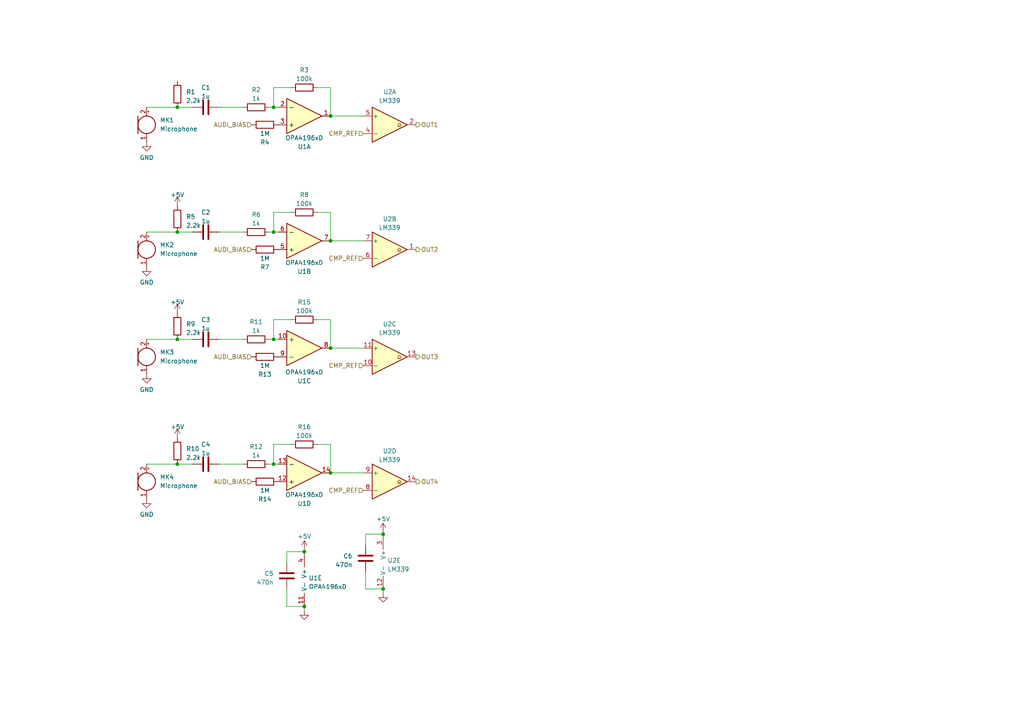
<source format=kicad_sch>
(kicad_sch (version 20230121) (generator eeschema)
  (paper "A4")
  (lib_symbols
    (symbol "Amplifier_Operational:OPA4196xD"
      (property "Reference" "U" (at 0 3.81 0))
      (property "Value" "OPA4196xD" (at 0 -3.81 0))
      (symbol "OPA4196xD_1_1"
        (polyline (pts (xy -5.08 5.08) (xy 5.08 0) (xy -5.08 -5.08) (xy -5.08 5.08)) (stroke (width 0.254)) (fill (type background)))
        (pin output line (at 7.62 0 180) (length 2.54) (name "~") (number "1"))
        (pin input line (at -7.62 -2.54 0) (length 2.54) (name "-") (number "2"))
        (pin input line (at -7.62 2.54 0) (length 2.54) (name "+") (number "3"))
      )
      (symbol "OPA4196xD_2_1"
        (polyline (pts (xy -5.08 5.08) (xy 5.08 0) (xy -5.08 -5.08) (xy -5.08 5.08)) (stroke (width 0.254)) (fill (type background)))
        (pin input line (at -7.62 2.54 0) (length 2.54) (name "+") (number "5"))
        (pin input line (at -7.62 -2.54 0) (length 2.54) (name "-") (number "6"))
        (pin output line (at 7.62 0 180) (length 2.54) (name "~") (number "7"))
      )
      (symbol "OPA4196xD_3_1"
        (polyline (pts (xy -5.08 5.08) (xy 5.08 0) (xy -5.08 -5.08) (xy -5.08 5.08)) (stroke (width 0.254)) (fill (type background)))
        (pin input line (at -7.62 2.54 0) (length 2.54) (name "+") (number "10"))
        (pin output line (at 7.62 0 180) (length 2.54) (name "~") (number "8"))
        (pin input line (at -7.62 -2.54 0) (length 2.54) (name "-") (number "9"))
      )
      (symbol "OPA4196xD_4_1"
        (polyline (pts (xy -5.08 5.08) (xy 5.08 0) (xy -5.08 -5.08) (xy -5.08 5.08)) (stroke (width 0.254)) (fill (type background)))
        (pin input line (at -7.62 2.54 0) (length 2.54) (name "+") (number "12"))
        (pin input line (at -7.62 -2.54 0) (length 2.54) (name "-") (number "13"))
        (pin output line (at 7.62 0 180) (length 2.54) (name "~") (number "14"))
      )
      (symbol "OPA4196xD_5_1"
        (pin power_in line (at -2.54 -7.62 90) (length 3.81) (name "V-") (number "11"))
        (pin power_in line (at -2.54 7.62 270) (length 3.81) (name "V+") (number "4"))
      )
    )
    (symbol "Comparator:LM339" (pin_names (offset 0.127))
      (property "Reference" "U" (at 0 5.08 0))
      (property "Value" "LM339" (at 0 -5.08 0))
      (symbol "LM339_1_1"
        (polyline (pts (xy -5.08 5.08) (xy 5.08 0) (xy -5.08 -5.08) (xy -5.08 5.08)) (stroke (width 0.254)) (fill (type background)))
        (polyline (pts (xy 3.302 -0.508) (xy 2.794 -0.508) (xy 3.302 0) (xy 2.794 0.508) (xy 2.286 0) (xy 2.794 -0.508) (xy 2.286 -0.508)) (stroke (width 0.127)))
        (pin open_collector line (at 7.62 0 180) (length 2.54) (name "~") (number "2"))
        (pin input line (at -7.62 -2.54 0) (length 2.54) (name "-") (number "4"))
        (pin input line (at -7.62 2.54 0) (length 2.54) (name "+") (number "5"))
      )
      (symbol "LM339_2_1"
        (polyline (pts (xy -5.08 5.08) (xy 5.08 0) (xy -5.08 -5.08) (xy -5.08 5.08)) (stroke (width 0.254)) (fill (type background)))
        (polyline (pts (xy 3.302 -0.508) (xy 2.794 -0.508) (xy 3.302 0) (xy 2.794 0.508) (xy 2.286 0) (xy 2.794 -0.508) (xy 2.286 -0.508)) (stroke (width 0.127)))
        (pin open_collector line (at 7.62 0 180) (length 2.54) (name "~") (number "1"))
        (pin input line (at -7.62 -2.54 0) (length 2.54) (name "-") (number "6"))
        (pin input line (at -7.62 2.54 0) (length 2.54) (name "+") (number "7"))
      )
      (symbol "LM339_3_1"
        (polyline (pts (xy -5.08 5.08) (xy 5.08 0) (xy -5.08 -5.08) (xy -5.08 5.08)) (stroke (width 0.254)) (fill (type background)))
        (polyline (pts (xy 3.302 -0.508) (xy 2.794 -0.508) (xy 3.302 0) (xy 2.794 0.508) (xy 2.286 0) (xy 2.794 -0.508) (xy 2.286 -0.508)) (stroke (width 0.127)))
        (pin input line (at -7.62 -2.54 0) (length 2.54) (name "-") (number "10"))
        (pin input line (at -7.62 2.54 0) (length 2.54) (name "+") (number "11"))
        (pin open_collector line (at 7.62 0 180) (length 2.54) (name "~") (number "13"))
      )
      (symbol "LM339_4_1"
        (polyline (pts (xy -5.08 5.08) (xy 5.08 0) (xy -5.08 -5.08) (xy -5.08 5.08)) (stroke (width 0.254)) (fill (type background)))
        (polyline (pts (xy 3.302 -0.508) (xy 2.794 -0.508) (xy 3.302 0) (xy 2.794 0.508) (xy 2.286 0) (xy 2.794 -0.508) (xy 2.286 -0.508)) (stroke (width 0.127)))
        (pin open_collector line (at 7.62 0 180) (length 2.54) (name "~") (number "14"))
        (pin input line (at -7.62 -2.54 0) (length 2.54) (name "-") (number "8"))
        (pin input line (at -7.62 2.54 0) (length 2.54) (name "+") (number "9"))
      )
      (symbol "LM339_5_1"
        (pin power_in line (at -2.54 -7.62 90) (length 3.81) (name "V-") (number "12"))
        (pin power_in line (at -2.54 7.62 270) (length 3.81) (name "V+") (number "3"))
      )
    )
    (symbol "Device:C" (pin_numbers hide) (pin_names (offset 0.254))
      (property "Reference" "C" (at 0.635 2.54 0))
      (property "Value" "C" (at 0.635 -2.54 0))
      (symbol "C_0_1"
        (polyline (pts (xy -2.032 -0.762) (xy 2.032 -0.762)) (stroke (width 0.508)))
        (polyline (pts (xy -2.032 0.762) (xy 2.032 0.762)) (stroke (width 0.508)))
      )
      (symbol "C_1_1"
        (pin passive line (at 0 3.81 270) (length 2.794) (name "~") (number "1"))
        (pin passive line (at 0 -3.81 90) (length 2.794) (name "~") (number "2"))
      )
    )
    (symbol "Device:Microphone" (pin_names (offset 0.0254) hide)
      (property "Reference" "MK" (at -3.81 1.27 0))
      (property "Value" "Microphone" (at -3.81 -0.635 0))
      (symbol "Microphone_0_1"
        (polyline (pts (xy -2.54 2.54) (xy -2.54 -2.54)) (stroke (width 0.254)))
        (polyline (pts (xy 0.254 3.81) (xy 0.762 3.81)))
        (polyline (pts (xy 0.508 4.064) (xy 0.508 3.556)))
        (circle (center 0 0) (radius 2.54) (stroke (width 0.254)))
      )
      (symbol "Microphone_1_1"
        (pin passive line (at 0 -5.08 90) (length 2.54) (name "-") (number "1"))
        (pin passive line (at 0 5.08 270) (length 2.54) (name "+") (number "2"))
      )
    )
    (symbol "Device:R" (pin_numbers hide) (pin_names (offset 0))
      (property "Reference" "R" (at 2.032 0 90))
      (property "Value" "R" (at 0 0 90))
      (symbol "R_0_1"
        (rectangle (start -1.016 -2.54) (end 1.016 2.54) (stroke (width 0.254)))
      )
      (symbol "R_1_1"
        (pin passive line (at 0 3.81 270) (length 1.27) (name "~") (number "1"))
        (pin passive line (at 0 -3.81 90) (length 1.27) (name "~") (number "2"))
      )
    )
    (symbol "power:+5V" (power) (pin_names (offset 0))
      (property "Value" "+5V" (at 0 3.556 0))
      (symbol "+5V_0_1"
        (polyline (pts (xy -0.762 1.27) (xy 0 2.54)))
        (polyline (pts (xy 0 0) (xy 0 2.54)))
        (polyline (pts (xy 0 2.54) (xy 0.762 1.27)))
      )
      (symbol "+5V_1_1"
        (pin power_in line (at 0 0 90) (length 0) hide (name "+5V") (number "1"))
      )
    )
    (symbol "power:GND" (power) (pin_names (offset 0))
      (property "Value" "GND" (at 0 -3.81 0))
      (symbol "GND_0_1"
        (polyline (pts (xy 0 0) (xy 0 -1.27) (xy 1.27 -1.27) (xy 0 -2.54) (xy -1.27 -1.27) (xy 0 -1.27)))
      )
      (symbol "GND_1_1"
        (pin power_in line (at 0 0 270) (length 0) hide (name "GND") (number "1"))
      )
    )
  )
  (junction (at 95.885 137.16))
  (junction (at 79.375 67.31))
  (junction (at 95.885 33.655))
  (junction (at 88.265 160.02))
  (junction (at 95.885 69.85))
  (junction (at 51.435 134.62))
  (junction (at 51.435 31.115))
  (junction (at 88.265 175.895))
  (junction (at 51.435 98.425))
  (junction (at 79.375 98.425))
  (junction (at 95.885 100.965))
  (junction (at 111.125 154.94))
  (junction (at 79.375 31.115))
  (junction (at 51.435 67.31))
  (junction (at 111.125 170.815))
  (junction (at 79.375 134.62))
  (wire (pts (xy 51.435 31.115) (xy 55.88 31.115)))
  (wire (pts (xy 88.265 175.895) (xy 88.265 177.165)))
  (wire (pts (xy 111.125 154.94) (xy 111.125 155.575)))
  (wire (pts (xy 78.105 98.425) (xy 79.375 98.425)))
  (wire (pts (xy 79.375 98.425) (xy 80.645 98.425)))
  (wire (pts (xy 42.545 134.62) (xy 51.435 134.62)))
  (wire (pts (xy 42.545 31.115) (xy 51.435 31.115)))
  (wire (pts (xy 84.455 61.595) (xy 79.375 61.595)))
  (wire (pts (xy 83.185 175.895) (xy 88.265 175.895)))
  (wire (pts (xy 95.885 92.71) (xy 92.075 92.71)))
  (wire (pts (xy 79.375 61.595) (xy 79.375 67.31)))
  (wire (pts (xy 42.545 98.425) (xy 51.435 98.425)))
  (wire (pts (xy 95.885 25.4) (xy 92.075 25.4)))
  (wire (pts (xy 106.045 170.815) (xy 111.125 170.815)))
  (wire (pts (xy 88.265 159.385) (xy 88.265 160.02)))
  (wire (pts (xy 95.885 69.85) (xy 95.885 61.595)))
  (wire (pts (xy 95.885 33.655) (xy 95.885 25.4)))
  (wire (pts (xy 79.375 25.4) (xy 79.375 31.115)))
  (wire (pts (xy 79.375 128.905) (xy 79.375 134.62)))
  (wire (pts (xy 51.435 134.62) (xy 55.88 134.62)))
  (wire (pts (xy 95.885 33.655) (xy 105.41 33.655)))
  (wire (pts (xy 42.545 67.31) (xy 51.435 67.31)))
  (wire (pts (xy 78.105 31.115) (xy 79.375 31.115)))
  (wire (pts (xy 83.185 160.02) (xy 83.185 163.195)))
  (wire (pts (xy 88.265 160.02) (xy 88.265 160.655)))
  (wire (pts (xy 78.105 134.62) (xy 79.375 134.62)))
  (wire (pts (xy 95.885 137.16) (xy 95.885 128.905)))
  (wire (pts (xy 95.885 100.965) (xy 95.885 92.71)))
  (wire (pts (xy 63.5 67.31) (xy 70.485 67.31)))
  (wire (pts (xy 84.455 92.71) (xy 79.375 92.71)))
  (wire (pts (xy 88.265 160.02) (xy 83.185 160.02)))
  (wire (pts (xy 79.375 134.62) (xy 80.645 134.62)))
  (wire (pts (xy 106.045 165.735) (xy 106.045 170.815)))
  (wire (pts (xy 106.045 154.94) (xy 106.045 158.115)))
  (wire (pts (xy 84.455 25.4) (xy 79.375 25.4)))
  (wire (pts (xy 63.5 98.425) (xy 70.485 98.425)))
  (wire (pts (xy 79.375 31.115) (xy 80.645 31.115)))
  (wire (pts (xy 95.885 100.965) (xy 105.41 100.965)))
  (wire (pts (xy 83.185 170.815) (xy 83.185 175.895)))
  (wire (pts (xy 95.885 61.595) (xy 92.075 61.595)))
  (wire (pts (xy 79.375 92.71) (xy 79.375 98.425)))
  (wire (pts (xy 111.125 154.305) (xy 111.125 154.94)))
  (wire (pts (xy 111.125 170.815) (xy 111.125 172.085)))
  (wire (pts (xy 95.885 128.905) (xy 92.075 128.905)))
  (wire (pts (xy 78.105 67.31) (xy 79.375 67.31)))
  (wire (pts (xy 79.375 67.31) (xy 80.645 67.31)))
  (wire (pts (xy 84.455 128.905) (xy 79.375 128.905)))
  (wire (pts (xy 95.885 69.85) (xy 105.41 69.85)))
  (wire (pts (xy 51.435 67.31) (xy 55.88 67.31)))
  (wire (pts (xy 51.435 98.425) (xy 55.88 98.425)))
  (wire (pts (xy 63.5 31.115) (xy 70.485 31.115)))
  (wire (pts (xy 95.885 137.16) (xy 105.41 137.16)))
  (wire (pts (xy 63.5 134.62) (xy 70.485 134.62)))
  (wire (pts (xy 111.125 154.94) (xy 106.045 154.94)))
  (hierarchical_label "OUT4" (shape output) (at 120.65 139.7 0))
  (hierarchical_label "CMP_REF" (shape input) (at 105.41 74.93 180))
  (hierarchical_label "OUT1" (shape output) (at 120.65 36.195 0))
  (hierarchical_label "OUT3" (shape output) (at 120.65 103.505 0))
  (hierarchical_label "CMP_REF" (shape input) (at 105.41 142.24 180))
  (hierarchical_label "CMP_REF" (shape input) (at 105.41 106.045 180))
  (hierarchical_label "AUDI_BIAS" (shape input) (at 73.025 139.7 180))
  (hierarchical_label "AUDI_BIAS" (shape input) (at 73.025 72.39 180))
  (hierarchical_label "AUDI_BIAS" (shape input) (at 73.025 103.505 180))
  (hierarchical_label "CMP_REF" (shape input) (at 105.41 38.735 180))
  (hierarchical_label "AUDI_BIAS" (shape input) (at 73.025 36.195 180))
  (hierarchical_label "OUT2" (shape output) (at 120.65 72.39 0))
  (symbol (lib_id "Device:R") (at 76.835 139.7 90) (mirror x) (unit 1)
    (property "Reference" "R14" (at 76.835 144.78 90))
    (property "Value" "1M" (at 76.835 142.24 90))
    (instances (project "headsup" (path "" (reference "R14") (unit 1)) (path "" (reference "R14") (unit 1)) (path "" (reference "R28") (unit 1))))
  )
  (symbol (lib_id "Device:Microphone") (at 42.545 36.195 0) (unit 1)
    (property "Reference" "MK1" (at 46.355 34.8615 0) (effects (justify left)))
    (property "Value" "Microphone" (at 46.355 37.4015 0) (effects (justify left)))
    (instances (project "headsup" (path "" (reference "MK1") (unit 1)) (path "" (reference "MK1") (unit 1)) (path "" (reference "MK5") (unit 1))))
  )
  (symbol (lib_id "Comparator:LM339") (at 113.03 72.39 0) (unit 2)
    (property "Reference" "U2" (at 113.03 63.5 0))
    (property "Value" "LM339" (at 113.03 66.04 0))
    (property "Datasheet" "https://www.st.com/resource/en/datasheet/lm139.pdf" (effects hide))
    (instances (project "headsup" (path "" (reference "U2") (unit 2)) (path "" (reference "U2") (unit 2)) (path "" (reference "U4") (unit 2))))
  )
  (symbol (lib_id "Device:R") (at 51.435 27.305 0) (unit 1)
    (property "Reference" "R1" (at 53.975 26.67 0) (effects (justify left)))
    (property "Value" "2.2k" (at 53.975 29.21 0) (effects (justify left)))
    (instances (project "headsup" (path "" (reference "R1") (unit 1)) (path "" (reference "R1") (unit 1)) (path "" (reference "R17") (unit 1))))
  )
  (symbol (lib_id "power:GND") (at 42.545 77.47 0) (unit 1)
    (property "Reference" "#PWR03" (effects hide))
    (property "Value" "GND" (at 42.545 81.915 0))
    (instances (project "headsup" (path "" (reference "#PWR03") (unit 1)) (path "" (reference "#PWR03") (unit 1)) (path "" (reference "#PWR013") (unit 1))))
  )
  (symbol (lib_id "Device:R") (at 74.295 134.62 90) (unit 1)
    (property "Reference" "R12" (at 74.295 129.54 90))
    (property "Value" "1k" (at 74.295 132.08 90))
    (instances (project "headsup" (path "" (reference "R12") (unit 1)) (path "" (reference "R12") (unit 1)) (path "" (reference "R24") (unit 1))))
  )
  (symbol (lib_id "Device:R") (at 76.835 72.39 90) (mirror x) (unit 1)
    (property "Reference" "R7" (at 76.835 77.47 90))
    (property "Value" "1M" (at 76.835 74.93 90))
    (instances (project "headsup" (path "" (reference "R7") (unit 1)) (path "" (reference "R7") (unit 1)) (path "" (reference "R26") (unit 1))))
  )
  (symbol (lib_id "Device:Microphone") (at 42.545 139.7 0) (unit 1)
    (property "Reference" "MK4" (at 46.355 138.3665 0) (effects (justify left)))
    (property "Value" "Microphone" (at 46.355 140.9065 0) (effects (justify left)))
    (instances (project "headsup" (path "" (reference "MK4") (unit 1)) (path "" (reference "MK4") (unit 1)) (path "" (reference "MK8") (unit 1))))
  )
  (symbol (lib_id "power:+5V") (at 111.125 154.305 0) (unit 1)
    (property "Reference" "#PWR011" (effects hide))
    (property "Value" "+5V" (at 111.125 150.495 0))
    (instances (project "headsup" (path "" (reference "#PWR011") (unit 1)) (path "" (reference "#PWR011") (unit 1)) (path "" (reference "#PWR021") (unit 1))))
  )
  (symbol (lib_id "Comparator:LM339") (at 113.03 139.7 0) (unit 4)
    (property "Reference" "U2" (at 113.03 130.81 0))
    (property "Value" "LM339" (at 113.03 133.35 0))
    (property "Datasheet" "https://www.st.com/resource/en/datasheet/lm139.pdf" (effects hide))
    (instances (project "headsup" (path "" (reference "U2") (unit 4)) (path "" (reference "U2") (unit 4)) (path "" (reference "U4") (unit 4))))
  )
  (symbol (lib_id "Device:R") (at 88.265 128.905 90) (unit 1)
    (property "Reference" "R16" (at 88.265 123.825 90))
    (property "Value" "100k" (at 88.265 126.365 90))
    (instances (project "headsup" (path "" (reference "R16") (unit 1)) (path "" (reference "R16") (unit 1)) (path "" (reference "R32") (unit 1))))
  )
  (symbol (lib_id "Amplifier_Operational:OPA4196xD") (at 88.265 100.965 0) (unit 3)
    (property "Reference" "U1" (at 88.265 110.49 0))
    (property "Value" "OPA4196xD" (at 88.265 107.95 0))
    (property "Footprint" "Package_SO:SOIC-14_3.9x8.7mm_P1.27mm" (effects hide))
    (property "Datasheet" "http://www.ti.com/lit/ds/symlink/opa4196.pdf" (effects hide))
    (instances (project "headsup" (path "" (reference "U1") (unit 3)) (path "" (reference "U1") (unit 3)) (path "" (reference "U3") (unit 3))))
  )
  (symbol (lib_id "Device:R") (at 51.435 94.615 0) (unit 1)
    (property "Reference" "R9" (at 53.975 93.98 0) (effects (justify left)))
    (property "Value" "2.2k" (at 53.975 96.52 0) (effects (justify left)))
    (instances (project "headsup" (path "" (reference "R9") (unit 1)) (path "" (reference "R9") (unit 1)) (path "" (reference "R19") (unit 1))))
  )
  (symbol (lib_id "Device:C") (at 59.69 134.62 90) (unit 1)
    (property "Reference" "C4" (at 59.69 128.905 90))
    (property "Value" "1u" (at 59.69 131.445 90))
    (instances (project "headsup" (path "" (reference "C4") (unit 1)) (path "" (reference "C4") (unit 1)) (path "" (reference "C10") (unit 1))))
  )
  (symbol (lib_id "Device:R") (at 76.835 103.505 90) (mirror x) (unit 1)
    (property "Reference" "R13" (at 76.835 108.585 90))
    (property "Value" "1M" (at 76.835 106.045 90))
    (instances (project "headsup" (path "" (reference "R13") (unit 1)) (path "" (reference "R13") (unit 1)) (path "" (reference "R27") (unit 1))))
  )
  (symbol (lib_id "power:GND") (at 42.545 41.275 0) (unit 1)
    (property "Reference" "#PWR01" (effects hide))
    (property "Value" "GND" (at 42.545 45.72 0))
    (instances (project "headsup" (path "" (reference "#PWR01") (unit 1)) (path "" (reference "#PWR01") (unit 1)) (path "" (reference "#PWR02") (unit 1))))
  )
  (symbol (lib_id "Comparator:LM339") (at 113.03 36.195 0) (unit 1)
    (property "Reference" "U2" (at 113.03 26.67 0))
    (property "Value" "LM339" (at 113.03 29.21 0))
    (property "Datasheet" "https://www.st.com/resource/en/datasheet/lm139.pdf" (effects hide))
    (instances (project "headsup" (path "" (reference "U2") (unit 1)) (path "" (reference "U2") (unit 1)) (path "" (reference "U4") (unit 1))))
  )
  (symbol (lib_id "Device:C") (at 59.69 31.115 90) (unit 1)
    (property "Reference" "C1" (at 59.69 25.4 90))
    (property "Value" "1u" (at 59.69 27.94 90))
    (instances (project "headsup" (path "" (reference "C1") (unit 1)) (path "" (reference "C1") (unit 1)) (path "" (reference "C7") (unit 1))))
  )
  (symbol (lib_id "Device:R") (at 74.295 67.31 90) (unit 1)
    (property "Reference" "R6" (at 74.295 62.23 90))
    (property "Value" "1k" (at 74.295 64.77 90))
    (instances (project "headsup" (path "" (reference "R6") (unit 1)) (path "" (reference "R6") (unit 1)) (path "" (reference "R22") (unit 1))))
  )
  (symbol (lib_id "Device:R") (at 88.265 92.71 90) (unit 1)
    (property "Reference" "R15" (at 88.265 87.63 90))
    (property "Value" "100k" (at 88.265 90.17 90))
    (instances (project "headsup" (path "" (reference "R15") (unit 1)) (path "" (reference "R15") (unit 1)) (path "" (reference "R31") (unit 1))))
  )
  (symbol (lib_id "Device:R") (at 88.265 61.595 90) (unit 1)
    (property "Reference" "R8" (at 88.265 56.515 90))
    (property "Value" "100k" (at 88.265 59.055 90))
    (instances (project "headsup" (path "" (reference "R8") (unit 1)) (path "" (reference "R8") (unit 1)) (path "" (reference "R30") (unit 1))))
  )
  (symbol (lib_id "Device:R") (at 88.265 25.4 90) (unit 1)
    (property "Reference" "R3" (at 88.265 20.32 90))
    (property "Value" "100k" (at 88.265 22.86 90))
    (instances (project "headsup" (path "" (reference "R3") (unit 1)) (path "" (reference "R3") (unit 1)) (path "" (reference "R29") (unit 1))))
  )
  (symbol (lib_id "Device:C") (at 83.185 167.005 0) (unit 1)
    (property "Reference" "C5" (at 79.375 166.37 0) (effects (justify right)))
    (property "Value" "470n" (at 79.375 168.91 0) (effects (justify right)))
    (instances (project "headsup" (path "" (reference "C5") (unit 1)) (path "" (reference "C5") (unit 1)) (path "" (reference "C11") (unit 1))))
  )
  (symbol (lib_id "power:GND") (at 111.125 172.085 0) (unit 1)
    (property "Reference" "#PWR012" (effects hide))
    (property "Value" "GND" (effects hide))
    (instances (project "headsup" (path "" (reference "#PWR012") (unit 1)) (path "" (reference "#PWR012") (unit 1)) (path "" (reference "#PWR022") (unit 1))))
  )
  (symbol (lib_id "Amplifier_Operational:OPA4196xD") (at 88.265 137.16 0) (mirror x) (unit 4)
    (property "Reference" "U1" (at 88.265 146.05 0))
    (property "Value" "OPA4196xD" (at 88.265 143.51 0))
    (property "Footprint" "Package_SO:SOIC-14_3.9x8.7mm_P1.27mm" (effects hide))
    (property "Datasheet" "http://www.ti.com/lit/ds/symlink/opa4196.pdf" (effects hide))
    (instances (project "headsup" (path "" (reference "U1") (unit 4)) (path "" (reference "U1") (unit 4)) (path "" (reference "U3") (unit 4))))
  )
  (symbol (lib_id "Device:C") (at 59.69 98.425 90) (unit 1)
    (property "Reference" "C3" (at 59.69 92.71 90))
    (property "Value" "1u" (at 59.69 95.25 90))
    (instances (project "headsup" (path "" (reference "C3") (unit 1)) (path "" (reference "C3") (unit 1)) (path "" (reference "C9") (unit 1))))
  )
  (symbol (lib_id "Device:R") (at 51.435 63.5 0) (unit 1)
    (property "Reference" "R5" (at 53.975 62.865 0) (effects (justify left)))
    (property "Value" "2.2k" (at 53.975 65.405 0) (effects (justify left)))
    (instances (project "headsup" (path "" (reference "R5") (unit 1)) (path "" (reference "R5") (unit 1)) (path "" (reference "R18") (unit 1))))
  )
  (symbol (lib_id "power:GND") (at 88.265 177.165 0) (unit 1)
    (property "Reference" "#PWR010" (effects hide))
    (property "Value" "GND" (effects hide))
    (instances (project "headsup" (path "" (reference "#PWR010") (unit 1)) (path "" (reference "#PWR010") (unit 1)) (path "" (reference "#PWR020") (unit 1))))
  )
  (symbol (lib_id "Device:Microphone") (at 42.545 72.39 0) (unit 1)
    (property "Reference" "MK2" (at 46.355 71.0565 0) (effects (justify left)))
    (property "Value" "Microphone" (at 46.355 73.5965 0) (effects (justify left)))
    (instances (project "headsup" (path "" (reference "MK2") (unit 1)) (path "" (reference "MK2") (unit 1)) (path "" (reference "MK6") (unit 1))))
  )
  (symbol (lib_id "Device:R") (at 74.295 98.425 90) (unit 1)
    (property "Reference" "R11" (at 74.295 93.345 90))
    (property "Value" "1k" (at 74.295 95.885 90))
    (instances (project "headsup" (path "" (reference "R11") (unit 1)) (path "" (reference "R11") (unit 1)) (path "" (reference "R23") (unit 1))))
  )
  (symbol (lib_id "power:GND") (at 42.545 144.78 0) (unit 1)
    (property "Reference" "#PWR06" (effects hide))
    (property "Value" "GND" (at 42.545 149.225 0))
    (instances (project "headsup" (path "" (reference "#PWR06") (unit 1)) (path "" (reference "#PWR06") (unit 1)) (path "" (reference "#PWR015") (unit 1))))
  )
  (symbol (lib_id "power:+5V") (at 51.435 90.805 0) (unit 1)
    (property "Reference" "#PWR07" (effects hide))
    (property "Value" "+5V" (at 51.435 87.63 0))
    (instances (project "headsup" (path "" (reference "#PWR07") (unit 1)) (path "" (reference "#PWR07") (unit 1)) (path "" (reference "#PWR017") (unit 1))))
  )
  (symbol (lib_id "Amplifier_Operational:OPA4196xD") (at 88.265 33.655 0) (mirror x) (unit 1)
    (property "Reference" "U1" (at 88.265 42.545 0))
    (property "Value" "OPA4196xD" (at 88.265 40.005 0))
    (property "Footprint" "Package_SO:SOIC-14_3.9x8.7mm_P1.27mm" (effects hide))
    (property "Datasheet" "http://www.ti.com/lit/ds/symlink/opa4196.pdf" (effects hide))
    (instances (project "headsup" (path "" (reference "U1") (unit 1)) (path "" (reference "U1") (unit 1)) (path "" (reference "U3") (unit 1))))
  )
  (symbol (lib_id "Device:C") (at 59.69 67.31 90) (unit 1)
    (property "Reference" "C2" (at 59.69 61.595 90))
    (property "Value" "1u" (at 59.69 64.135 90))
    (instances (project "headsup" (path "" (reference "C2") (unit 1)) (path "" (reference "C2") (unit 1)) (path "" (reference "C8") (unit 1))))
  )
  (symbol (lib_id "power:+5V") (at 51.435 127 0) (unit 1)
    (property "Reference" "#PWR08" (effects hide))
    (property "Value" "+5V" (at 51.435 123.825 0))
    (instances (project "headsup" (path "" (reference "#PWR08") (unit 1)) (path "" (reference "#PWR08") (unit 1)) (path "" (reference "#PWR018") (unit 1))))
  )
  (symbol (lib_id "Device:R") (at 74.295 31.115 90) (unit 1)
    (property "Reference" "R2" (at 74.295 26.035 90))
    (property "Value" "1k" (at 74.295 28.575 90))
    (instances (project "headsup" (path "" (reference "R2") (unit 1)) (path "" (reference "R2") (unit 1)) (path "" (reference "R21") (unit 1))))
  )
  (symbol (lib_id "Amplifier_Operational:OPA4196xD") (at 90.805 168.275 0) (unit 5)
    (property "Reference" "U1" (at 89.535 167.64 0) (effects (justify left)))
    (property "Value" "OPA4196xD" (at 89.535 170.18 0) (effects (justify left)))
    (property "Footprint" "Package_SO:SOIC-14_3.9x8.7mm_P1.27mm" (effects hide))
    (property "Datasheet" "http://www.ti.com/lit/ds/symlink/opa4196.pdf" (effects hide))
    (instances (project "headsup" (path "" (reference "U1") (unit 5)) (path "" (reference "U1") (unit 5)) (path "" (reference "U3") (unit 5))))
  )
  (symbol (lib_id "Device:C") (at 106.045 161.925 0) (unit 1)
    (property "Reference" "C6" (at 102.235 161.29 0) (effects (justify right)))
    (property "Value" "470n" (at 102.235 163.83 0) (effects (justify right)))
    (instances (project "headsup" (path "" (reference "C6") (unit 1)) (path "" (reference "C6") (unit 1)) (path "" (reference "C12") (unit 1))))
  )
  (symbol (lib_id "Amplifier_Operational:OPA4196xD") (at 88.265 69.85 0) (mirror x) (unit 2)
    (property "Reference" "U1" (at 88.265 78.74 0))
    (property "Value" "OPA4196xD" (at 88.265 76.2 0))
    (property "Footprint" "Package_SO:SOIC-14_3.9x8.7mm_P1.27mm" (effects hide))
    (property "Datasheet" "http://www.ti.com/lit/ds/symlink/opa4196.pdf" (effects hide))
    (instances (project "headsup" (path "" (reference "U1") (unit 2)) (path "" (reference "U1") (unit 2)) (path "" (reference "U3") (unit 2))))
  )
  (symbol (lib_id "Device:R") (at 51.435 130.81 0) (unit 1)
    (property "Reference" "R10" (at 53.975 130.175 0) (effects (justify left)))
    (property "Value" "2.2k" (at 53.975 132.715 0) (effects (justify left)))
    (instances (project "headsup" (path "" (reference "R10") (unit 1)) (path "" (reference "R10") (unit 1)) (path "" (reference "R20") (unit 1))))
  )
  (symbol (lib_id "power:+5V") (at 88.265 159.385 0) (unit 1)
    (property "Reference" "#PWR09" (effects hide))
    (property "Value" "+5V" (at 88.265 155.575 0))
    (instances (project "headsup" (path "" (reference "#PWR09") (unit 1)) (path "" (reference "#PWR09") (unit 1)) (path "" (reference "#PWR019") (unit 1))))
  )
  (symbol (lib_id "power:GND") (at 42.545 108.585 0) (unit 1)
    (property "Reference" "#PWR05" (effects hide))
    (property "Value" "GND" (at 42.545 113.03 0))
    (instances (project "headsup" (path "" (reference "#PWR05") (unit 1)) (path "" (reference "#PWR05") (unit 1)) (path "" (reference "#PWR014") (unit 1))))
  )
  (symbol (lib_id "power:+5V") (at 51.435 59.69 0) (unit 1)
    (property "Reference" "#PWR04" (effects hide))
    (property "Value" "+5V" (at 51.435 56.515 0))
    (instances (project "headsup" (path "" (reference "#PWR04") (unit 1)) (path "" (reference "#PWR04") (unit 1)) (path "" (reference "#PWR016") (unit 1))))
  )
  (symbol (lib_id "Comparator:LM339") (at 113.665 163.195 0) (unit 5)
    (property "Reference" "U2" (at 112.395 162.56 0) (effects (justify left)))
    (property "Value" "LM339" (at 112.395 165.1 0) (effects (justify left)))
    (property "Datasheet" "https://www.st.com/resource/en/datasheet/lm139.pdf" (effects hide))
    (instances (project "headsup" (path "" (reference "U2") (unit 5)) (path "" (reference "U2") (unit 5)) (path "" (reference "U4") (unit 5))))
  )
  (symbol (lib_id "Comparator:LM339") (at 113.03 103.505 0) (unit 3)
    (property "Reference" "U2" (at 113.03 93.98 0))
    (property "Value" "LM339" (at 113.03 96.52 0))
    (property "Datasheet" "https://www.st.com/resource/en/datasheet/lm139.pdf" (effects hide))
    (instances (project "headsup" (path "" (reference "U2") (unit 3)) (path "" (reference "U2") (unit 3)) (path "" (reference "U4") (unit 3))))
  )
  (symbol (lib_id "Device:Microphone") (at 42.545 103.505 0) (unit 1)
    (property "Reference" "MK3" (at 46.355 102.1715 0) (effects (justify left)))
    (property "Value" "Microphone" (at 46.355 104.7115 0) (effects (justify left)))
    (instances (project "headsup" (path "" (reference "MK3") (unit 1)) (path "" (reference "MK3") (unit 1)) (path "" (reference "MK7") (unit 1))))
  )
  (symbol (lib_id "Device:R") (at 76.835 36.195 90) (mirror x) (unit 1)
    (property "Reference" "R4" (at 76.835 41.275 90))
    (property "Value" "1M" (at 76.835 38.735 90))
    (instances (project "headsup" (path "" (reference "R4") (unit 1)) (path "" (reference "R4") (unit 1)) (path "" (reference "R25") (unit 1))))
  )
)
</source>
